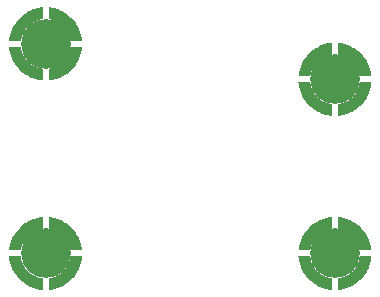
<source format=gts>
%TF.GenerationSoftware,KiCad,Pcbnew,6.0.4-6f826c9f35~116~ubuntu18.04.1*%
%TF.CreationDate,2023-11-26T11:14:00-05:00*%
%TF.ProjectId,SH101_MOD_GRIP_BOARD,53483130-315f-44d4-9f44-5f475249505f,rev?*%
%TF.SameCoordinates,Original*%
%TF.FileFunction,Soldermask,Top*%
%TF.FilePolarity,Negative*%
%FSLAX46Y46*%
G04 Gerber Fmt 4.6, Leading zero omitted, Abs format (unit mm)*
G04 Created by KiCad (PCBNEW 6.0.4-6f826c9f35~116~ubuntu18.04.1) date 2023-11-26 11:14:00*
%MOMM*%
%LPD*%
G01*
G04 APERTURE LIST*
%ADD10C,4.220000*%
G04 APERTURE END LIST*
%TO.C,SP2*%
G36*
X11326403Y-30389277D02*
G01*
X11305582Y-30528344D01*
X11278717Y-30665301D01*
X11245949Y-30800009D01*
X11207418Y-30932326D01*
X11163264Y-31062111D01*
X11113627Y-31189226D01*
X11058650Y-31313528D01*
X10998471Y-31434878D01*
X10933231Y-31553135D01*
X10863071Y-31668159D01*
X10788131Y-31779808D01*
X10708552Y-31887943D01*
X10624475Y-31992423D01*
X10536039Y-32093108D01*
X10443385Y-32189856D01*
X10346654Y-32282528D01*
X10245986Y-32370982D01*
X10141522Y-32455080D01*
X10033401Y-32534679D01*
X9921766Y-32609639D01*
X9806755Y-32679820D01*
X9688510Y-32745082D01*
X9567171Y-32805284D01*
X9442879Y-32860285D01*
X9315774Y-32909945D01*
X9185996Y-32954123D01*
X9053686Y-32992679D01*
X8918984Y-33025473D01*
X8782032Y-33052363D01*
X8642969Y-33073209D01*
X8501936Y-33087872D01*
X8501939Y-32091038D01*
X8591845Y-32078269D01*
X8680473Y-32061802D01*
X8767740Y-32041718D01*
X8853568Y-32018097D01*
X8937875Y-31991020D01*
X9020581Y-31960568D01*
X9101605Y-31926822D01*
X9180867Y-31889861D01*
X9258285Y-31849767D01*
X9333779Y-31806620D01*
X9407269Y-31760501D01*
X9478674Y-31711491D01*
X9547913Y-31659670D01*
X9614906Y-31605118D01*
X9679572Y-31547917D01*
X9741830Y-31488147D01*
X9801599Y-31425889D01*
X9858800Y-31361223D01*
X9913351Y-31294230D01*
X9965172Y-31224990D01*
X10014183Y-31153585D01*
X10060301Y-31080095D01*
X10103448Y-31004600D01*
X10143542Y-30927181D01*
X10180502Y-30847920D01*
X10214248Y-30766895D01*
X10244700Y-30684189D01*
X10271777Y-30599881D01*
X10295397Y-30514052D01*
X10315481Y-30426784D01*
X10331948Y-30338156D01*
X10344716Y-30248249D01*
X11341039Y-30248242D01*
X11326403Y-30389277D01*
G37*
G36*
X8001703Y-27905232D02*
G01*
X7911797Y-27918001D01*
X7823170Y-27934468D01*
X7735902Y-27954552D01*
X7650074Y-27978173D01*
X7565767Y-28005250D01*
X7483061Y-28035702D01*
X7402037Y-28069448D01*
X7322775Y-28106409D01*
X7245357Y-28146503D01*
X7169863Y-28189650D01*
X7096373Y-28235769D01*
X7024968Y-28284779D01*
X6955729Y-28336600D01*
X6888736Y-28391152D01*
X6824070Y-28448353D01*
X6761812Y-28508123D01*
X6702043Y-28570381D01*
X6644842Y-28635047D01*
X6590291Y-28702040D01*
X6538470Y-28771279D01*
X6489459Y-28842685D01*
X6443341Y-28916175D01*
X6400194Y-28991670D01*
X6360100Y-29069088D01*
X6323140Y-29148350D01*
X6289394Y-29229375D01*
X6258942Y-29312081D01*
X6231866Y-29396389D01*
X6208245Y-29482217D01*
X6188161Y-29569486D01*
X6171695Y-29658114D01*
X6158926Y-29748020D01*
X5162603Y-29748020D01*
X5177261Y-29607004D01*
X5198102Y-29467956D01*
X5224985Y-29331019D01*
X5257769Y-29196331D01*
X5296316Y-29064035D01*
X5340483Y-28934269D01*
X5390131Y-28807175D01*
X5445119Y-28682893D01*
X5505307Y-28561564D01*
X5570554Y-28443328D01*
X5640720Y-28328325D01*
X5715664Y-28216696D01*
X5795246Y-28108581D01*
X5879325Y-28004121D01*
X5967762Y-27903456D01*
X6060415Y-27806727D01*
X6157144Y-27714074D01*
X6257808Y-27625637D01*
X6362268Y-27541558D01*
X6470383Y-27461976D01*
X6582012Y-27387032D01*
X6697015Y-27316866D01*
X6815251Y-27251619D01*
X6936580Y-27191431D01*
X7060862Y-27136443D01*
X7187956Y-27086795D01*
X7317721Y-27042628D01*
X7450018Y-27004082D01*
X7584705Y-26971297D01*
X7721642Y-26944415D01*
X7860690Y-26923574D01*
X8001707Y-26908917D01*
X8001703Y-27905232D01*
G37*
G36*
X6158926Y-30248257D02*
G01*
X6171695Y-30338163D01*
X6188162Y-30426790D01*
X6208246Y-30514058D01*
X6231867Y-30599886D01*
X6258943Y-30684193D01*
X6289395Y-30766899D01*
X6323142Y-30847923D01*
X6360103Y-30927185D01*
X6400197Y-31004603D01*
X6443343Y-31080097D01*
X6489462Y-31153587D01*
X6538472Y-31224992D01*
X6590294Y-31294231D01*
X6644845Y-31361224D01*
X6702046Y-31425889D01*
X6761816Y-31488147D01*
X6824074Y-31547917D01*
X6888740Y-31605117D01*
X6955732Y-31659669D01*
X7024971Y-31711489D01*
X7096376Y-31760499D01*
X7169866Y-31806618D01*
X7245361Y-31849764D01*
X7322779Y-31889858D01*
X7402041Y-31926818D01*
X7483065Y-31960564D01*
X7565770Y-31991016D01*
X7650078Y-32018092D01*
X7735906Y-32041712D01*
X7823173Y-32061796D01*
X7911801Y-32078262D01*
X8001707Y-32091030D01*
X8001707Y-33087353D01*
X7860690Y-33072695D01*
X7721642Y-33051854D01*
X7584705Y-33024971D01*
X7450018Y-32992186D01*
X7317721Y-32953639D01*
X7187956Y-32909472D01*
X7060862Y-32859824D01*
X6936580Y-32804836D01*
X6815251Y-32744648D01*
X6697015Y-32679401D01*
X6582012Y-32609235D01*
X6470383Y-32534291D01*
X6362268Y-32454709D01*
X6257808Y-32370629D01*
X6157144Y-32282193D01*
X6060415Y-32189540D01*
X5967762Y-32092811D01*
X5879325Y-31992147D01*
X5795246Y-31887687D01*
X5715664Y-31779572D01*
X5640720Y-31667943D01*
X5570554Y-31552941D01*
X5505307Y-31434705D01*
X5445119Y-31313375D01*
X5390131Y-31189094D01*
X5340483Y-31062000D01*
X5296316Y-30932235D01*
X5257769Y-30799938D01*
X5224985Y-30665251D01*
X5198102Y-30528314D01*
X5177261Y-30389266D01*
X5162603Y-30248249D01*
X6158926Y-30248257D01*
G37*
G36*
X8642969Y-26923067D02*
G01*
X8782032Y-26943913D01*
X8918984Y-26970803D01*
X9053686Y-27003596D01*
X9185996Y-27042151D01*
X9315774Y-27086328D01*
X9442879Y-27135988D01*
X9567171Y-27190988D01*
X9688510Y-27251189D01*
X9806755Y-27316450D01*
X9921766Y-27386631D01*
X10033401Y-27461591D01*
X10141522Y-27541189D01*
X10245986Y-27625286D01*
X10346654Y-27713740D01*
X10443385Y-27806411D01*
X10536039Y-27903159D01*
X10624475Y-28003843D01*
X10708552Y-28108322D01*
X10788131Y-28216457D01*
X10863071Y-28328106D01*
X10933231Y-28443129D01*
X10998471Y-28561386D01*
X11058650Y-28682735D01*
X11113627Y-28807037D01*
X11163264Y-28934152D01*
X11207418Y-29063937D01*
X11245949Y-29196254D01*
X11278717Y-29330961D01*
X11305582Y-29467918D01*
X11326403Y-29606985D01*
X11341039Y-29748020D01*
X10344716Y-29748013D01*
X10331947Y-29658107D01*
X10315480Y-29569480D01*
X10295396Y-29482212D01*
X10271775Y-29396384D01*
X10244699Y-29312077D01*
X10214247Y-29229371D01*
X10180500Y-29148347D01*
X10143539Y-29069085D01*
X10103445Y-28991667D01*
X10060299Y-28916173D01*
X10014180Y-28842683D01*
X9965170Y-28771278D01*
X9913348Y-28702039D01*
X9858797Y-28635046D01*
X9801596Y-28570381D01*
X9741826Y-28508123D01*
X9679568Y-28448353D01*
X9614903Y-28391152D01*
X9547910Y-28336601D01*
X9478671Y-28284780D01*
X9407266Y-28235770D01*
X9333776Y-28189652D01*
X9258281Y-28146506D01*
X9180863Y-28106412D01*
X9101602Y-28069452D01*
X9020578Y-28035706D01*
X8937872Y-28005254D01*
X8853564Y-27978178D01*
X8767737Y-27954558D01*
X8680469Y-27934474D01*
X8591841Y-27918008D01*
X8501936Y-27905239D01*
X8501936Y-26908406D01*
X8642969Y-26923067D01*
G37*
%TO.C,SP1*%
G36*
X11326403Y-12639277D02*
G01*
X11305582Y-12778344D01*
X11278717Y-12915301D01*
X11245949Y-13050009D01*
X11207418Y-13182326D01*
X11163264Y-13312111D01*
X11113627Y-13439226D01*
X11058650Y-13563528D01*
X10998471Y-13684878D01*
X10933231Y-13803135D01*
X10863071Y-13918159D01*
X10788131Y-14029808D01*
X10708552Y-14137943D01*
X10624475Y-14242423D01*
X10536039Y-14343108D01*
X10443385Y-14439856D01*
X10346654Y-14532528D01*
X10245986Y-14620982D01*
X10141522Y-14705080D01*
X10033401Y-14784679D01*
X9921766Y-14859639D01*
X9806755Y-14929820D01*
X9688510Y-14995082D01*
X9567171Y-15055284D01*
X9442879Y-15110285D01*
X9315774Y-15159945D01*
X9185996Y-15204123D01*
X9053686Y-15242679D01*
X8918984Y-15275473D01*
X8782032Y-15302363D01*
X8642969Y-15323209D01*
X8501936Y-15337872D01*
X8501939Y-14341038D01*
X8591845Y-14328269D01*
X8680473Y-14311802D01*
X8767740Y-14291718D01*
X8853568Y-14268097D01*
X8937875Y-14241020D01*
X9020581Y-14210568D01*
X9101605Y-14176822D01*
X9180867Y-14139861D01*
X9258285Y-14099767D01*
X9333779Y-14056620D01*
X9407269Y-14010501D01*
X9478674Y-13961491D01*
X9547913Y-13909670D01*
X9614906Y-13855118D01*
X9679572Y-13797917D01*
X9741830Y-13738147D01*
X9801599Y-13675889D01*
X9858800Y-13611223D01*
X9913351Y-13544230D01*
X9965172Y-13474990D01*
X10014183Y-13403585D01*
X10060301Y-13330095D01*
X10103448Y-13254600D01*
X10143542Y-13177181D01*
X10180502Y-13097920D01*
X10214248Y-13016895D01*
X10244700Y-12934189D01*
X10271777Y-12849881D01*
X10295397Y-12764052D01*
X10315481Y-12676784D01*
X10331948Y-12588156D01*
X10344716Y-12498249D01*
X11341039Y-12498242D01*
X11326403Y-12639277D01*
G37*
G36*
X6158926Y-12498257D02*
G01*
X6171695Y-12588163D01*
X6188162Y-12676790D01*
X6208246Y-12764058D01*
X6231867Y-12849886D01*
X6258943Y-12934193D01*
X6289395Y-13016899D01*
X6323142Y-13097923D01*
X6360103Y-13177185D01*
X6400197Y-13254603D01*
X6443343Y-13330097D01*
X6489462Y-13403587D01*
X6538472Y-13474992D01*
X6590294Y-13544231D01*
X6644845Y-13611224D01*
X6702046Y-13675889D01*
X6761816Y-13738147D01*
X6824074Y-13797917D01*
X6888740Y-13855117D01*
X6955732Y-13909669D01*
X7024971Y-13961489D01*
X7096376Y-14010499D01*
X7169866Y-14056618D01*
X7245361Y-14099764D01*
X7322779Y-14139858D01*
X7402041Y-14176818D01*
X7483065Y-14210564D01*
X7565770Y-14241016D01*
X7650078Y-14268092D01*
X7735906Y-14291712D01*
X7823173Y-14311796D01*
X7911801Y-14328262D01*
X8001707Y-14341030D01*
X8001707Y-15337353D01*
X7860690Y-15322695D01*
X7721642Y-15301854D01*
X7584705Y-15274971D01*
X7450018Y-15242186D01*
X7317721Y-15203639D01*
X7187956Y-15159472D01*
X7060862Y-15109824D01*
X6936580Y-15054836D01*
X6815251Y-14994648D01*
X6697015Y-14929401D01*
X6582012Y-14859235D01*
X6470383Y-14784291D01*
X6362268Y-14704709D01*
X6257808Y-14620629D01*
X6157144Y-14532193D01*
X6060415Y-14439540D01*
X5967762Y-14342811D01*
X5879325Y-14242147D01*
X5795246Y-14137687D01*
X5715664Y-14029572D01*
X5640720Y-13917943D01*
X5570554Y-13802941D01*
X5505307Y-13684705D01*
X5445119Y-13563375D01*
X5390131Y-13439094D01*
X5340483Y-13312000D01*
X5296316Y-13182235D01*
X5257769Y-13049938D01*
X5224985Y-12915251D01*
X5198102Y-12778314D01*
X5177261Y-12639266D01*
X5162603Y-12498249D01*
X6158926Y-12498257D01*
G37*
G36*
X8001703Y-10155232D02*
G01*
X7911797Y-10168001D01*
X7823170Y-10184468D01*
X7735902Y-10204552D01*
X7650074Y-10228173D01*
X7565767Y-10255250D01*
X7483061Y-10285702D01*
X7402037Y-10319448D01*
X7322775Y-10356409D01*
X7245357Y-10396503D01*
X7169863Y-10439650D01*
X7096373Y-10485769D01*
X7024968Y-10534779D01*
X6955729Y-10586600D01*
X6888736Y-10641152D01*
X6824070Y-10698353D01*
X6761812Y-10758123D01*
X6702043Y-10820381D01*
X6644842Y-10885047D01*
X6590291Y-10952040D01*
X6538470Y-11021279D01*
X6489459Y-11092685D01*
X6443341Y-11166175D01*
X6400194Y-11241670D01*
X6360100Y-11319088D01*
X6323140Y-11398350D01*
X6289394Y-11479375D01*
X6258942Y-11562081D01*
X6231866Y-11646389D01*
X6208245Y-11732217D01*
X6188161Y-11819486D01*
X6171695Y-11908114D01*
X6158926Y-11998020D01*
X5162603Y-11998020D01*
X5177261Y-11857004D01*
X5198102Y-11717956D01*
X5224985Y-11581019D01*
X5257769Y-11446331D01*
X5296316Y-11314035D01*
X5340483Y-11184269D01*
X5390131Y-11057175D01*
X5445119Y-10932893D01*
X5505307Y-10811564D01*
X5570554Y-10693328D01*
X5640720Y-10578325D01*
X5715664Y-10466696D01*
X5795246Y-10358581D01*
X5879325Y-10254121D01*
X5967762Y-10153456D01*
X6060415Y-10056727D01*
X6157144Y-9964074D01*
X6257808Y-9875637D01*
X6362268Y-9791558D01*
X6470383Y-9711976D01*
X6582012Y-9637032D01*
X6697015Y-9566866D01*
X6815251Y-9501619D01*
X6936580Y-9441431D01*
X7060862Y-9386443D01*
X7187956Y-9336795D01*
X7317721Y-9292628D01*
X7450018Y-9254082D01*
X7584705Y-9221297D01*
X7721642Y-9194415D01*
X7860690Y-9173574D01*
X8001707Y-9158917D01*
X8001703Y-10155232D01*
G37*
G36*
X8642969Y-9173067D02*
G01*
X8782032Y-9193913D01*
X8918984Y-9220803D01*
X9053686Y-9253596D01*
X9185996Y-9292151D01*
X9315774Y-9336328D01*
X9442879Y-9385988D01*
X9567171Y-9440988D01*
X9688510Y-9501189D01*
X9806755Y-9566450D01*
X9921766Y-9636631D01*
X10033401Y-9711591D01*
X10141522Y-9791189D01*
X10245986Y-9875286D01*
X10346654Y-9963740D01*
X10443385Y-10056411D01*
X10536039Y-10153159D01*
X10624475Y-10253843D01*
X10708552Y-10358322D01*
X10788131Y-10466457D01*
X10863071Y-10578106D01*
X10933231Y-10693129D01*
X10998471Y-10811386D01*
X11058650Y-10932735D01*
X11113627Y-11057037D01*
X11163264Y-11184152D01*
X11207418Y-11313937D01*
X11245949Y-11446254D01*
X11278717Y-11580961D01*
X11305582Y-11717918D01*
X11326403Y-11856985D01*
X11341039Y-11998020D01*
X10344716Y-11998013D01*
X10331947Y-11908107D01*
X10315480Y-11819480D01*
X10295396Y-11732212D01*
X10271775Y-11646384D01*
X10244699Y-11562077D01*
X10214247Y-11479371D01*
X10180500Y-11398347D01*
X10143539Y-11319085D01*
X10103445Y-11241667D01*
X10060299Y-11166173D01*
X10014180Y-11092683D01*
X9965170Y-11021278D01*
X9913348Y-10952039D01*
X9858797Y-10885046D01*
X9801596Y-10820381D01*
X9741826Y-10758123D01*
X9679568Y-10698353D01*
X9614903Y-10641152D01*
X9547910Y-10586601D01*
X9478671Y-10534780D01*
X9407266Y-10485770D01*
X9333776Y-10439652D01*
X9258281Y-10396506D01*
X9180863Y-10356412D01*
X9101602Y-10319452D01*
X9020578Y-10285706D01*
X8937872Y-10255254D01*
X8853564Y-10228178D01*
X8767737Y-10204558D01*
X8680469Y-10184474D01*
X8591841Y-10168008D01*
X8501936Y-10155239D01*
X8501936Y-9158406D01*
X8642969Y-9173067D01*
G37*
%TO.C,SP4*%
G36*
X30658926Y-30248257D02*
G01*
X30671695Y-30338163D01*
X30688162Y-30426790D01*
X30708246Y-30514058D01*
X30731867Y-30599886D01*
X30758943Y-30684193D01*
X30789395Y-30766899D01*
X30823142Y-30847923D01*
X30860103Y-30927185D01*
X30900197Y-31004603D01*
X30943343Y-31080097D01*
X30989462Y-31153587D01*
X31038472Y-31224992D01*
X31090294Y-31294231D01*
X31144845Y-31361224D01*
X31202046Y-31425889D01*
X31261816Y-31488147D01*
X31324074Y-31547917D01*
X31388740Y-31605117D01*
X31455732Y-31659669D01*
X31524971Y-31711489D01*
X31596376Y-31760499D01*
X31669866Y-31806618D01*
X31745361Y-31849764D01*
X31822779Y-31889858D01*
X31902041Y-31926818D01*
X31983065Y-31960564D01*
X32065770Y-31991016D01*
X32150078Y-32018092D01*
X32235906Y-32041712D01*
X32323173Y-32061796D01*
X32411801Y-32078262D01*
X32501707Y-32091030D01*
X32501707Y-33087353D01*
X32360690Y-33072695D01*
X32221642Y-33051854D01*
X32084705Y-33024971D01*
X31950018Y-32992186D01*
X31817721Y-32953639D01*
X31687956Y-32909472D01*
X31560862Y-32859824D01*
X31436580Y-32804836D01*
X31315251Y-32744648D01*
X31197015Y-32679401D01*
X31082012Y-32609235D01*
X30970383Y-32534291D01*
X30862268Y-32454709D01*
X30757808Y-32370629D01*
X30657144Y-32282193D01*
X30560415Y-32189540D01*
X30467762Y-32092811D01*
X30379325Y-31992147D01*
X30295246Y-31887687D01*
X30215664Y-31779572D01*
X30140720Y-31667943D01*
X30070554Y-31552941D01*
X30005307Y-31434705D01*
X29945119Y-31313375D01*
X29890131Y-31189094D01*
X29840483Y-31062000D01*
X29796316Y-30932235D01*
X29757769Y-30799938D01*
X29724985Y-30665251D01*
X29698102Y-30528314D01*
X29677261Y-30389266D01*
X29662603Y-30248249D01*
X30658926Y-30248257D01*
G37*
G36*
X33142969Y-26923067D02*
G01*
X33282032Y-26943913D01*
X33418984Y-26970803D01*
X33553686Y-27003596D01*
X33685996Y-27042151D01*
X33815774Y-27086328D01*
X33942879Y-27135988D01*
X34067171Y-27190988D01*
X34188510Y-27251189D01*
X34306755Y-27316450D01*
X34421766Y-27386631D01*
X34533401Y-27461591D01*
X34641522Y-27541189D01*
X34745986Y-27625286D01*
X34846654Y-27713740D01*
X34943385Y-27806411D01*
X35036039Y-27903159D01*
X35124475Y-28003843D01*
X35208552Y-28108322D01*
X35288131Y-28216457D01*
X35363071Y-28328106D01*
X35433231Y-28443129D01*
X35498471Y-28561386D01*
X35558650Y-28682735D01*
X35613627Y-28807037D01*
X35663264Y-28934152D01*
X35707418Y-29063937D01*
X35745949Y-29196254D01*
X35778717Y-29330961D01*
X35805582Y-29467918D01*
X35826403Y-29606985D01*
X35841039Y-29748020D01*
X34844716Y-29748013D01*
X34831947Y-29658107D01*
X34815480Y-29569480D01*
X34795396Y-29482212D01*
X34771775Y-29396384D01*
X34744699Y-29312077D01*
X34714247Y-29229371D01*
X34680500Y-29148347D01*
X34643539Y-29069085D01*
X34603445Y-28991667D01*
X34560299Y-28916173D01*
X34514180Y-28842683D01*
X34465170Y-28771278D01*
X34413348Y-28702039D01*
X34358797Y-28635046D01*
X34301596Y-28570381D01*
X34241826Y-28508123D01*
X34179568Y-28448353D01*
X34114903Y-28391152D01*
X34047910Y-28336601D01*
X33978671Y-28284780D01*
X33907266Y-28235770D01*
X33833776Y-28189652D01*
X33758281Y-28146506D01*
X33680863Y-28106412D01*
X33601602Y-28069452D01*
X33520578Y-28035706D01*
X33437872Y-28005254D01*
X33353564Y-27978178D01*
X33267737Y-27954558D01*
X33180469Y-27934474D01*
X33091841Y-27918008D01*
X33001936Y-27905239D01*
X33001936Y-26908406D01*
X33142969Y-26923067D01*
G37*
G36*
X32501703Y-27905232D02*
G01*
X32411797Y-27918001D01*
X32323170Y-27934468D01*
X32235902Y-27954552D01*
X32150074Y-27978173D01*
X32065767Y-28005250D01*
X31983061Y-28035702D01*
X31902037Y-28069448D01*
X31822775Y-28106409D01*
X31745357Y-28146503D01*
X31669863Y-28189650D01*
X31596373Y-28235769D01*
X31524968Y-28284779D01*
X31455729Y-28336600D01*
X31388736Y-28391152D01*
X31324070Y-28448353D01*
X31261812Y-28508123D01*
X31202043Y-28570381D01*
X31144842Y-28635047D01*
X31090291Y-28702040D01*
X31038470Y-28771279D01*
X30989459Y-28842685D01*
X30943341Y-28916175D01*
X30900194Y-28991670D01*
X30860100Y-29069088D01*
X30823140Y-29148350D01*
X30789394Y-29229375D01*
X30758942Y-29312081D01*
X30731866Y-29396389D01*
X30708245Y-29482217D01*
X30688161Y-29569486D01*
X30671695Y-29658114D01*
X30658926Y-29748020D01*
X29662603Y-29748020D01*
X29677261Y-29607004D01*
X29698102Y-29467956D01*
X29724985Y-29331019D01*
X29757769Y-29196331D01*
X29796316Y-29064035D01*
X29840483Y-28934269D01*
X29890131Y-28807175D01*
X29945119Y-28682893D01*
X30005307Y-28561564D01*
X30070554Y-28443328D01*
X30140720Y-28328325D01*
X30215664Y-28216696D01*
X30295246Y-28108581D01*
X30379325Y-28004121D01*
X30467762Y-27903456D01*
X30560415Y-27806727D01*
X30657144Y-27714074D01*
X30757808Y-27625637D01*
X30862268Y-27541558D01*
X30970383Y-27461976D01*
X31082012Y-27387032D01*
X31197015Y-27316866D01*
X31315251Y-27251619D01*
X31436580Y-27191431D01*
X31560862Y-27136443D01*
X31687956Y-27086795D01*
X31817721Y-27042628D01*
X31950018Y-27004082D01*
X32084705Y-26971297D01*
X32221642Y-26944415D01*
X32360690Y-26923574D01*
X32501707Y-26908917D01*
X32501703Y-27905232D01*
G37*
G36*
X35826403Y-30389277D02*
G01*
X35805582Y-30528344D01*
X35778717Y-30665301D01*
X35745949Y-30800009D01*
X35707418Y-30932326D01*
X35663264Y-31062111D01*
X35613627Y-31189226D01*
X35558650Y-31313528D01*
X35498471Y-31434878D01*
X35433231Y-31553135D01*
X35363071Y-31668159D01*
X35288131Y-31779808D01*
X35208552Y-31887943D01*
X35124475Y-31992423D01*
X35036039Y-32093108D01*
X34943385Y-32189856D01*
X34846654Y-32282528D01*
X34745986Y-32370982D01*
X34641522Y-32455080D01*
X34533401Y-32534679D01*
X34421766Y-32609639D01*
X34306755Y-32679820D01*
X34188510Y-32745082D01*
X34067171Y-32805284D01*
X33942879Y-32860285D01*
X33815774Y-32909945D01*
X33685996Y-32954123D01*
X33553686Y-32992679D01*
X33418984Y-33025473D01*
X33282032Y-33052363D01*
X33142969Y-33073209D01*
X33001936Y-33087872D01*
X33001939Y-32091038D01*
X33091845Y-32078269D01*
X33180473Y-32061802D01*
X33267740Y-32041718D01*
X33353568Y-32018097D01*
X33437875Y-31991020D01*
X33520581Y-31960568D01*
X33601605Y-31926822D01*
X33680867Y-31889861D01*
X33758285Y-31849767D01*
X33833779Y-31806620D01*
X33907269Y-31760501D01*
X33978674Y-31711491D01*
X34047913Y-31659670D01*
X34114906Y-31605118D01*
X34179572Y-31547917D01*
X34241830Y-31488147D01*
X34301599Y-31425889D01*
X34358800Y-31361223D01*
X34413351Y-31294230D01*
X34465172Y-31224990D01*
X34514183Y-31153585D01*
X34560301Y-31080095D01*
X34603448Y-31004600D01*
X34643542Y-30927181D01*
X34680502Y-30847920D01*
X34714248Y-30766895D01*
X34744700Y-30684189D01*
X34771777Y-30599881D01*
X34795397Y-30514052D01*
X34815481Y-30426784D01*
X34831948Y-30338156D01*
X34844716Y-30248249D01*
X35841039Y-30248242D01*
X35826403Y-30389277D01*
G37*
%TO.C,SP3*%
G36*
X35826403Y-15639277D02*
G01*
X35805582Y-15778344D01*
X35778717Y-15915301D01*
X35745949Y-16050009D01*
X35707418Y-16182326D01*
X35663264Y-16312111D01*
X35613627Y-16439226D01*
X35558650Y-16563528D01*
X35498471Y-16684878D01*
X35433231Y-16803135D01*
X35363071Y-16918159D01*
X35288131Y-17029808D01*
X35208552Y-17137943D01*
X35124475Y-17242423D01*
X35036039Y-17343108D01*
X34943385Y-17439856D01*
X34846654Y-17532528D01*
X34745986Y-17620982D01*
X34641522Y-17705080D01*
X34533401Y-17784679D01*
X34421766Y-17859639D01*
X34306755Y-17929820D01*
X34188510Y-17995082D01*
X34067171Y-18055284D01*
X33942879Y-18110285D01*
X33815774Y-18159945D01*
X33685996Y-18204123D01*
X33553686Y-18242679D01*
X33418984Y-18275473D01*
X33282032Y-18302363D01*
X33142969Y-18323209D01*
X33001936Y-18337872D01*
X33001939Y-17341038D01*
X33091845Y-17328269D01*
X33180473Y-17311802D01*
X33267740Y-17291718D01*
X33353568Y-17268097D01*
X33437875Y-17241020D01*
X33520581Y-17210568D01*
X33601605Y-17176822D01*
X33680867Y-17139861D01*
X33758285Y-17099767D01*
X33833779Y-17056620D01*
X33907269Y-17010501D01*
X33978674Y-16961491D01*
X34047913Y-16909670D01*
X34114906Y-16855118D01*
X34179572Y-16797917D01*
X34241830Y-16738147D01*
X34301599Y-16675889D01*
X34358800Y-16611223D01*
X34413351Y-16544230D01*
X34465172Y-16474990D01*
X34514183Y-16403585D01*
X34560301Y-16330095D01*
X34603448Y-16254600D01*
X34643542Y-16177181D01*
X34680502Y-16097920D01*
X34714248Y-16016895D01*
X34744700Y-15934189D01*
X34771777Y-15849881D01*
X34795397Y-15764052D01*
X34815481Y-15676784D01*
X34831948Y-15588156D01*
X34844716Y-15498249D01*
X35841039Y-15498242D01*
X35826403Y-15639277D01*
G37*
G36*
X30658926Y-15498257D02*
G01*
X30671695Y-15588163D01*
X30688162Y-15676790D01*
X30708246Y-15764058D01*
X30731867Y-15849886D01*
X30758943Y-15934193D01*
X30789395Y-16016899D01*
X30823142Y-16097923D01*
X30860103Y-16177185D01*
X30900197Y-16254603D01*
X30943343Y-16330097D01*
X30989462Y-16403587D01*
X31038472Y-16474992D01*
X31090294Y-16544231D01*
X31144845Y-16611224D01*
X31202046Y-16675889D01*
X31261816Y-16738147D01*
X31324074Y-16797917D01*
X31388740Y-16855117D01*
X31455732Y-16909669D01*
X31524971Y-16961489D01*
X31596376Y-17010499D01*
X31669866Y-17056618D01*
X31745361Y-17099764D01*
X31822779Y-17139858D01*
X31902041Y-17176818D01*
X31983065Y-17210564D01*
X32065770Y-17241016D01*
X32150078Y-17268092D01*
X32235906Y-17291712D01*
X32323173Y-17311796D01*
X32411801Y-17328262D01*
X32501707Y-17341030D01*
X32501707Y-18337353D01*
X32360690Y-18322695D01*
X32221642Y-18301854D01*
X32084705Y-18274971D01*
X31950018Y-18242186D01*
X31817721Y-18203639D01*
X31687956Y-18159472D01*
X31560862Y-18109824D01*
X31436580Y-18054836D01*
X31315251Y-17994648D01*
X31197015Y-17929401D01*
X31082012Y-17859235D01*
X30970383Y-17784291D01*
X30862268Y-17704709D01*
X30757808Y-17620629D01*
X30657144Y-17532193D01*
X30560415Y-17439540D01*
X30467762Y-17342811D01*
X30379325Y-17242147D01*
X30295246Y-17137687D01*
X30215664Y-17029572D01*
X30140720Y-16917943D01*
X30070554Y-16802941D01*
X30005307Y-16684705D01*
X29945119Y-16563375D01*
X29890131Y-16439094D01*
X29840483Y-16312000D01*
X29796316Y-16182235D01*
X29757769Y-16049938D01*
X29724985Y-15915251D01*
X29698102Y-15778314D01*
X29677261Y-15639266D01*
X29662603Y-15498249D01*
X30658926Y-15498257D01*
G37*
G36*
X32501703Y-13155232D02*
G01*
X32411797Y-13168001D01*
X32323170Y-13184468D01*
X32235902Y-13204552D01*
X32150074Y-13228173D01*
X32065767Y-13255250D01*
X31983061Y-13285702D01*
X31902037Y-13319448D01*
X31822775Y-13356409D01*
X31745357Y-13396503D01*
X31669863Y-13439650D01*
X31596373Y-13485769D01*
X31524968Y-13534779D01*
X31455729Y-13586600D01*
X31388736Y-13641152D01*
X31324070Y-13698353D01*
X31261812Y-13758123D01*
X31202043Y-13820381D01*
X31144842Y-13885047D01*
X31090291Y-13952040D01*
X31038470Y-14021279D01*
X30989459Y-14092685D01*
X30943341Y-14166175D01*
X30900194Y-14241670D01*
X30860100Y-14319088D01*
X30823140Y-14398350D01*
X30789394Y-14479375D01*
X30758942Y-14562081D01*
X30731866Y-14646389D01*
X30708245Y-14732217D01*
X30688161Y-14819486D01*
X30671695Y-14908114D01*
X30658926Y-14998020D01*
X29662603Y-14998020D01*
X29677261Y-14857004D01*
X29698102Y-14717956D01*
X29724985Y-14581019D01*
X29757769Y-14446331D01*
X29796316Y-14314035D01*
X29840483Y-14184269D01*
X29890131Y-14057175D01*
X29945119Y-13932893D01*
X30005307Y-13811564D01*
X30070554Y-13693328D01*
X30140720Y-13578325D01*
X30215664Y-13466696D01*
X30295246Y-13358581D01*
X30379325Y-13254121D01*
X30467762Y-13153456D01*
X30560415Y-13056727D01*
X30657144Y-12964074D01*
X30757808Y-12875637D01*
X30862268Y-12791558D01*
X30970383Y-12711976D01*
X31082012Y-12637032D01*
X31197015Y-12566866D01*
X31315251Y-12501619D01*
X31436580Y-12441431D01*
X31560862Y-12386443D01*
X31687956Y-12336795D01*
X31817721Y-12292628D01*
X31950018Y-12254082D01*
X32084705Y-12221297D01*
X32221642Y-12194415D01*
X32360690Y-12173574D01*
X32501707Y-12158917D01*
X32501703Y-13155232D01*
G37*
G36*
X33142969Y-12173067D02*
G01*
X33282032Y-12193913D01*
X33418984Y-12220803D01*
X33553686Y-12253596D01*
X33685996Y-12292151D01*
X33815774Y-12336328D01*
X33942879Y-12385988D01*
X34067171Y-12440988D01*
X34188510Y-12501189D01*
X34306755Y-12566450D01*
X34421766Y-12636631D01*
X34533401Y-12711591D01*
X34641522Y-12791189D01*
X34745986Y-12875286D01*
X34846654Y-12963740D01*
X34943385Y-13056411D01*
X35036039Y-13153159D01*
X35124475Y-13253843D01*
X35208552Y-13358322D01*
X35288131Y-13466457D01*
X35363071Y-13578106D01*
X35433231Y-13693129D01*
X35498471Y-13811386D01*
X35558650Y-13932735D01*
X35613627Y-14057037D01*
X35663264Y-14184152D01*
X35707418Y-14313937D01*
X35745949Y-14446254D01*
X35778717Y-14580961D01*
X35805582Y-14717918D01*
X35826403Y-14856985D01*
X35841039Y-14998020D01*
X34844716Y-14998013D01*
X34831947Y-14908107D01*
X34815480Y-14819480D01*
X34795396Y-14732212D01*
X34771775Y-14646384D01*
X34744699Y-14562077D01*
X34714247Y-14479371D01*
X34680500Y-14398347D01*
X34643539Y-14319085D01*
X34603445Y-14241667D01*
X34560299Y-14166173D01*
X34514180Y-14092683D01*
X34465170Y-14021278D01*
X34413348Y-13952039D01*
X34358797Y-13885046D01*
X34301596Y-13820381D01*
X34241826Y-13758123D01*
X34179568Y-13698353D01*
X34114903Y-13641152D01*
X34047910Y-13586601D01*
X33978671Y-13534780D01*
X33907266Y-13485770D01*
X33833776Y-13439652D01*
X33758281Y-13396506D01*
X33680863Y-13356412D01*
X33601602Y-13319452D01*
X33520578Y-13285706D01*
X33437872Y-13255254D01*
X33353564Y-13228178D01*
X33267737Y-13204558D01*
X33180469Y-13184474D01*
X33091841Y-13168008D01*
X33001936Y-13155239D01*
X33001936Y-12158406D01*
X33142969Y-12173067D01*
G37*
%TD*%
D10*
%TO.C,SP2*%
X8250000Y-30000000D03*
%TD*%
%TO.C,SP1*%
X8250000Y-12250000D03*
%TD*%
%TO.C,SP4*%
X32750000Y-30000000D03*
%TD*%
%TO.C,SP3*%
X32750000Y-15250000D03*
%TD*%
M02*

</source>
